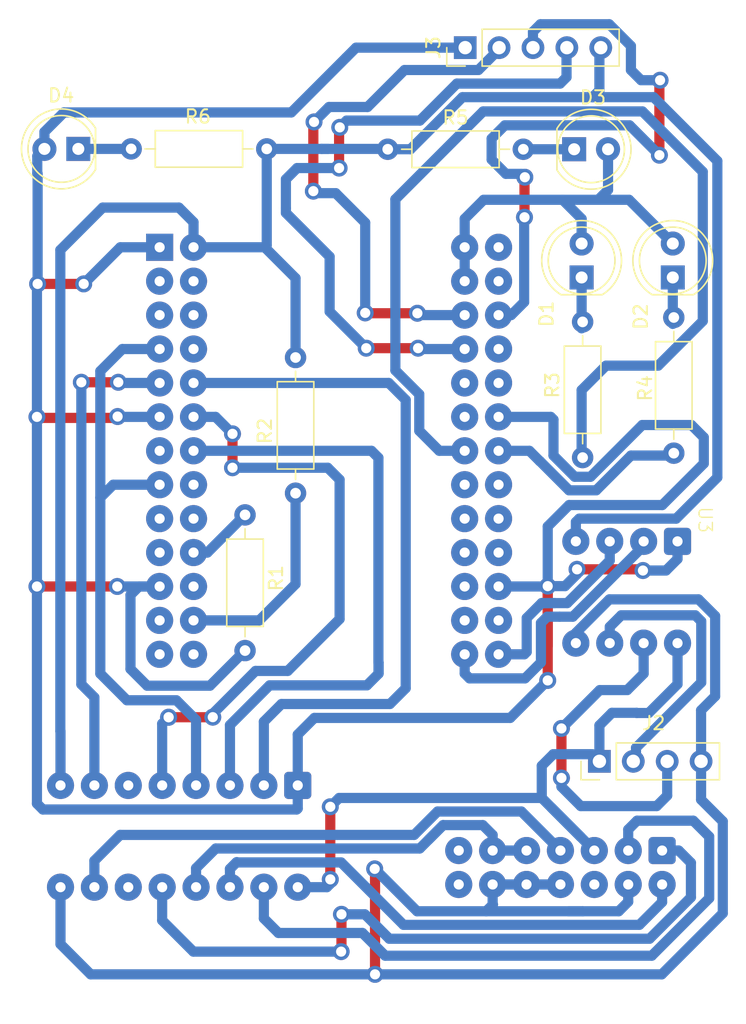
<source format=kicad_pcb>
(kicad_pcb (version 20241229) (generator "pcbnew") (generator_version "9.0")
  (layers (0 "F.Cu" signal) (2 "B.Cu" signal) (13 "F.Paste" user) (15 "B.Paste" user) (5 "F.SilkS" user "F.Silkscreen") (7 "B.SilkS" user "B.Silkscreen") (1 "F.Mask" user) (3 "B.Mask" user) (25 "Edge.Cuts" user))
  (net 0 "")
  (net 1 "MCU_GND")
  (net 2 "MCU_TRSTn")
  (net 4 "MCU_TDI")
  (net 5 "MCU_TCK")
  (net 7 "MCU_TDO")
  (net 8 "MCU_TMS")
  (net 9 "MCU_VCC")
  (net 11 "UART_TX")
  (net 12 "UART_RX")
  (net 13 "+3.3V")
  (net 14 "Net-(U1-AC2)")
  (net 15 "EEPROM_Data")
  (net 16 "Net-(U1-AC5)")
  (net 17 "TX_LED")
  (net 18 "Net-(D1-K)")
  (net 19 "RX_LED")
  (net 20 "Net-(D2-K)")
  (net 21 "Net-(D3-K)")
  (net 22 "Net-(D4-K)")
  (net 24 "VBUS")
  (net 29 "FT_TX")
  (net 30 "FT_RX")
  (net 36 "FT_TRSTn")
  (net 37 "EEPROM_CS")
  (net 40 "Net-(U1-BD2)")
  (net 49 "FT_TCK")
  (net 54 "FTDI_GND")
  (net 55 "FT_TDO")
  (net 56 "FT_TDI")
  (net 60 "FT_TMS")
  (net 61 "EEPROM_CLK")
  (footprint "LED_THT:LED_D5.0mm" (layer "F.Cu") (at 169.8625 67.5005 90)
    (property "Reference" "D2")
    (property "Value" "LED Green" (hide yes))
  )
  (footprint "Connector_PinHeader_2.54mm:PinHeader_1x05_P2.54mm_Vertical" (layer "F.Cu") (at 154.305 50.292 90)
    (property "Reference" "J3")
    (property "Value" "Conn_01x05_Pin" (hide yes))
  )
  (footprint "Resistor_THT:R_Axial_DIN0207_L6.3mm_D2.5mm_P10.16mm_Horizontal" (layer "F.Cu") (at 163.1061 80.9879 90)
    (property "Reference" "R3")
    (property "Value" "1K" (hide yes))
  )
  (footprint "Connector_PinHeader_2.54mm:PinHeader_1x04_P2.54mm_Vertical" (layer "F.Cu") (at 164.3634 103.7336 90)
    (property "Reference" "J2")
    (property "Value" "Conn_01x04_Pin" (hide yes))
  )
  (footprint "JTAG_Connector:Connector_TI_JTAG14" (layer "F.Cu") (at 147.4724 111.6838 -90)
    (property "Reference" "J1" (hide yes))
    (property "Value" "TI_JTAG14 Connector" (hide yes))
  )
  (footprint "LED_THT:LED_D5.0mm" (layer "F.Cu") (at 125.3133 57.8739 180)
    (property "Reference" "D4")
    (property "Value" "LED Yellow" (hide yes))
  )
  (footprint "LED_THT:LED_D5.0mm" (layer "F.Cu") (at 163.0299 67.5005 90)
    (property "Reference" "D1")
    (property "Value" "LED Blue" (hide yes))
  )
  (footprint "Resistor_THT:R_Axial_DIN0207_L6.3mm_D2.5mm_P10.16mm_Horizontal" (layer "F.Cu") (at 148.5011 57.8993)
    (property "Reference" "R5")
    (property "Value" "1K" (hide yes))
  )
  (footprint "Resistor_THT:R_Axial_DIN0207_L6.3mm_D2.5mm_P10.16mm_Horizontal" (layer "F.Cu") (at 129.2733 57.8739)
    (property "Reference" "R6")
    (property "Value" "500" (hide yes))
  )
  (footprint "SOIC-DIP:SOIC_16-DIP" (layer "F.Cu") (at 121.4374 109.347 -90)
    (property "Reference" "U2" (hide yes))
    (property "Value" "ISO7761" (hide yes))
  )
  (footprint "Resistor_THT:R_Axial_DIN0207_L6.3mm_D2.5mm_P10.16mm_Horizontal" (layer "F.Cu") (at 137.8077 85.2805 -90)
    (property "Reference" "R1")
    (property "Value" "10K" (hide yes))
  )
  (footprint "SOIC-DIP:SOIC_8-DIP" (layer "F.Cu") (at 160.0581 87.2617 -90)
    (property "Reference" "U3")
    (property "Value" "ISO7221" (hide yes))
  )
  (footprint "Resistor_THT:R_Axial_DIN0207_L6.3mm_D2.5mm_P10.16mm_Horizontal" (layer "F.Cu") (at 169.9387 80.6577 90)
    (property "Reference" "R4")
    (property "Value" "1K" (hide yes))
  )
  (footprint "FT2232H_Mini_Module:FT2232H_Mini_Module" (layer "F.Cu") (at 131.4069 100.7999)
    (property "Reference" "U1" (hide yes))
    (property "Value" "FT2232H" (hide yes))
  )
  (footprint "Resistor_THT:R_Axial_DIN0207_L6.3mm_D2.5mm_P10.16mm_Horizontal" (layer "F.Cu") (at 141.5923 83.6549 90)
    (property "Reference" "R2")
    (property "Value" "1K" (hide yes))
  )
  (footprint "LED_THT:LED_D5.0mm" (layer "F.Cu") (at 162.4711 57.8993)
    (property "Reference" "D3")
    (property "Value" "LED Red" (hide yes))
  )
  (segment (start 147.5486 119.6848) (end 147.5486 111.8108) (width 0.762) (layer "F.Cu") (net 1))
  (segment (start 147.5486 111.8108) (end 147.5232 111.7854) (width 0.762) (layer "F.Cu") (net 1))
  (via (at 147.5232 111.7854) (size 1.27) (drill 0.762) (layers "F.Cu" "B.Cu") (net 1))
  (via (at 147.5486 119.6848) (size 1.27) (drill 0.762) (layers "F.Cu" "B.Cu") (net 1))
  (segment (start 165.8112 114.9604) (end 166.5224 114.2492) (width 0.762) (layer "B.Cu") (net 1))
  (segment (start 171.7929 91.6051) (end 165.109467 91.6051) (width 0.762) (layer "B.Cu") (net 1))
  (segment (start 161.4424 112.9538) (end 158.9024 112.9538) (width 0.762) (layer "B.Cu") (net 1))
  (segment (start 163.1188 114.9604) (end 165.8112 114.9604) (width 0.762) (layer "B.Cu") (net 1))
  (segment (start 173.61 108.2304) (end 173.61 115.1118) (width 0.762) (layer "B.Cu") (net 1))
  (segment (start 150.6982 114.9604) (end 155.8798 114.9604) (width 0.762) (layer "B.Cu") (net 1))
  (segment (start 173.0375 92.8497) (end 171.7929 91.6051) (width 0.762) (layer "B.Cu") (net 1))
  (segment (start 166.5224 114.2492) (end 166.5224 112.9538) (width 0.762) (layer "B.Cu") (net 1))
  (segment (start 162.052 114.9604) (end 163.1188 114.9604) (width 0.762) (layer "B.Cu") (net 1))
  (segment (start 155.8798 114.9604) (end 163.1188 114.9604) (width 0.762) (layer "B.Cu") (net 1))
  (segment (start 123.9774 117.4242) (end 123.9774 113.157) (width 0.762) (layer "B.Cu") (net 1))
  (segment (start 126.238 119.6848) (end 123.9774 117.4242) (width 0.762) (layer "B.Cu") (net 1))
  (segment (start 173.61 115.1118) (end 169.037 119.6848) (width 0.762) (layer "B.Cu") (net 1))
  (segment (start 171.9834 103.7336) (end 171.9834 106.6038) (width 0.762) (layer "B.Cu") (net 1))
  (segment (start 173.0375 98.8568) (end 173.0375 92.8497) (width 0.762) (layer "B.Cu") (net 1))
  (segment (start 169.037 119.6848) (end 147.5486 119.6848) (width 0.762) (layer "B.Cu") (net 1))
  (segment (start 165.109467 91.6051) (end 162.5981 94.116467) (width 0.762) (layer "B.Cu") (net 1))
  (segment (start 147.5232 111.7854) (end 150.6982 114.9604) (width 0.762) (layer "B.Cu") (net 1))
  (segment (start 171.9834 106.6038) (end 173.61 108.2304) (width 0.762) (layer "B.Cu") (net 1))
  (segment (start 162.5981 94.116467) (end 162.5981 94.8817) (width 0.762) (layer "B.Cu") (net 1))
  (segment (start 171.9834 99.9109) (end 173.0375 98.8568) (width 0.762) (layer "B.Cu") (net 1))
  (segment (start 156.3624 112.9538) (end 158.9024 112.9538) (width 0.762) (layer "B.Cu") (net 1))
  (segment (start 156.3878 114.4524) (end 156.3624 114.427) (width 0.762) (layer "B.Cu") (net 1))
  (segment (start 155.8798 114.9604) (end 156.3878 114.4524) (width 0.762) (layer "B.Cu") (net 1))
  (segment (start 147.5486 119.6848) (end 126.238 119.6848) (width 0.762) (layer "B.Cu") (net 1))
  (segment (start 171.9834 103.7336) (end 171.9834 99.9109) (width 0.762) (layer "B.Cu") (net 1))
  (segment (start 156.3624 114.427) (end 156.3624 112.9538) (width 0.762) (layer "B.Cu") (net 1))
  (segment (start 145.0086 111.3028) (end 149.6832 115.9774) (width 0.762) (layer "B.Cu") (net 2))
  (segment (start 136.6774 111.7854) (end 137.16 111.3028) (width 0.762) (layer "B.Cu") (net 2))
  (segment (start 169.0624 114.2746) (end 169.0624 112.9538) (width 0.762) (layer "B.Cu") (net 2))
  (segment (start 137.1854 111.2774) (end 136.6774 111.7854) (width 0.762) (layer "B.Cu") (net 2))
  (segment (start 137.16 111.3028) (end 145.0086 111.3028) (width 0.762) (layer "B.Cu") (net 2))
  (segment (start 149.6832 115.9774) (end 167.3596 115.9774) (width 0.762) (layer "B.Cu") (net 2))
  (segment (start 167.3596 115.9774) (end 169.0624 114.2746) (width 0.762) (layer "B.Cu") (net 2))
  (segment (start 136.6774 111.7854) (end 136.6774 113.157) (width 0.762) (layer "B.Cu") (net 2))
  (segment (start 167.1828 108.1786) (end 166.5224 108.839) (width 0.762) (layer "B.Cu") (net 4))
  (segment (start 148.3106 118.2888) (end 168.289856 118.2888) (width 0.762) (layer "B.Cu") (net 4))
  (segment (start 168.289856 118.2888) (end 172.593 113.985656) (width 0.762) (layer "B.Cu") (net 4))
  (segment (start 139.2174 115.4938) (end 140.3096 116.586) (width 0.762) (layer "B.Cu") (net 4))
  (segment (start 139.2174 113.157) (end 139.2174 115.4938) (width 0.762) (layer "B.Cu") (net 4))
  (segment (start 172.593 109.3724) (end 171.3992 108.1786) (width 0.762) (layer "B.Cu") (net 4))
  (segment (start 166.5224 108.839) (end 166.5224 110.4138) (width 0.762) (layer "B.Cu") (net 4))
  (segment (start 171.3992 108.1786) (end 167.1828 108.1786) (width 0.762) (layer "B.Cu") (net 4))
  (segment (start 140.3096 116.586) (end 146.6078 116.586) (width 0.762) (layer "B.Cu") (net 4))
  (segment (start 172.593 113.985656) (end 172.593 109.3724) (width 0.762) (layer "B.Cu") (net 4))
  (segment (start 146.6078 116.586) (end 148.3106 118.2888) (width 0.762) (layer "B.Cu") (net 4))
  (segment (start 156.3624 110.4138) (end 156.3624 109.2454) (width 0.762) (layer "B.Cu") (net 5))
  (segment (start 158.9024 110.4138) (end 156.3624 110.4138) (width 0.762) (layer "B.Cu") (net 5))
  (segment (start 150.9024 110.2604) (end 135.6116 110.2604) (width 0.762) (layer "B.Cu") (net 5))
  (segment (start 155.6258 108.5088) (end 152.654 108.5088) (width 0.762) (layer "B.Cu") (net 5))
  (segment (start 152.654 108.5088) (end 151.5598 109.603) (width 0.762) (layer "B.Cu") (net 5))
  (segment (start 134.1374 111.7346) (end 134.1374 113.157) (width 0.762) (layer "B.Cu") (net 5))
  (segment (start 135.6116 110.2604) (end 134.1374 111.7346) (width 0.762) (layer "B.Cu") (net 5))
  (segment (start 152.654 108.5088) (end 150.9024 110.2604) (width 0.762) (layer "B.Cu") (net 5))
  (segment (start 156.3624 109.2454) (end 155.6258 108.5088) (width 0.762) (layer "B.Cu") (net 5))
  (segment (start 128.4498 109.2434) (end 126.5174 111.1758) (width 0.762) (layer "B.Cu") (net 7))
  (segment (start 161.4424 110.4138) (end 158.5204 107.4918) (width 0.762) (layer "B.Cu") (net 7))
  (segment (start 152.232744 107.4918) (end 150.481144 109.2434) (width 0.762) (layer "B.Cu") (net 7))
  (segment (start 158.5204 107.4918) (end 152.232744 107.4918) (width 0.762) (layer "B.Cu") (net 7))
  (segment (start 126.5174 111.1758) (end 126.5174 113.157) (width 0.762) (layer "B.Cu") (net 7))
  (segment (start 150.481144 109.2434) (end 128.4498 109.2434) (width 0.762) (layer "B.Cu") (net 7))
  (segment (start 145.034 117.9576) (end 145.0086 117.983) (width 0.762) (layer "F.Cu") (net 8))
  (segment (start 145.034 115.189) (end 145.034 117.9576) (width 0.762) (layer "F.Cu") (net 8))
  (via (at 145.034 115.189) (size 1.27) (drill 0.762) (layers "F.Cu" "B.Cu") (net 8))
  (via (at 145.0086 117.983) (size 1.27) (drill 0.762) (layers "F.Cu" "B.Cu") (net 8))
  (segment (start 145.034 115.189) (end 146.7866 115.189) (width 0.762) (layer "B.Cu") (net 8))
  (segment (start 171.2214 113.919) (end 171.2214 111.3282) (width 0.762) (layer "B.Cu") (net 8))
  (segment (start 148.6154 117.0178) (end 168.1226 117.0178) (width 0.762) (layer "B.Cu") (net 8))
  (segment (start 168.1226 117.0178) (end 171.2214 113.919) (width 0.762) (layer "B.Cu") (net 8))
  (segment (start 133.9342 117.983) (end 131.5974 115.6462) (width 0.762) (layer "B.Cu") (net 8))
  (segment (start 145.0086 117.983) (end 133.9342 117.983) (width 0.762) (layer "B.Cu") (net 8))
  (segment (start 131.5974 115.6462) (end 131.5974 113.157) (width 0.762) (layer "B.Cu") (net 8))
  (segment (start 171.2214 111.3282) (end 170.307 110.4138) (width 0.762) (layer "B.Cu") (net 8))
  (segment (start 170.307 110.4138) (end 169.0624 110.4138) (width 0.762) (layer "B.Cu") (net 8))
  (segment (start 146.7866 115.189) (end 148.6154 117.0178) (width 0.762) (layer "B.Cu") (net 8))
  (segment (start 144.1958 107.1372) (end 144.1958 112.5728) (width 0.762) (layer "F.Cu") (net 9))
  (via (at 144.1958 107.1372) (size 1.27) (drill 0.762) (layers "F.Cu" "B.Cu") (net 9))
  (via (at 144.1958 112.5728) (size 1.27) (drill 0.762) (layers "F.Cu" "B.Cu") (net 9))
  (segment (start 162.941 109.3724) (end 160.782 107.2134) (width 0.762) (layer "B.Cu") (net 9))
  (segment (start 160.0434 104.0658) (end 160.909 103.2002) (width 0.762) (layer "B.Cu") (net 9))
  (segment (start 164.3634 103.7336) (end 163.83 103.2002) (width 0.762) (layer "B.Cu") (net 9))
  (segment (start 160.0434 106.4748) (end 160.0434 104.0658) (width 0.762) (layer "B.Cu") (net 9))
  (segment (start 160.0434 106.4748) (end 162.941 109.3724) (width 0.762) (layer "B.Cu") (net 9))
  (segment (start 144.1958 107.1372) (end 144.8582 106.4748) (width 0.762) (layer "B.Cu") (net 9))
  (segment (start 144.8582 106.4748) (end 160.0434 106.4748) (width 0.762) (layer "B.Cu") (net 9))
  (segment (start 167.1574 100.1014) (end 167.1701 100.1141) (width 0.762) (layer "B.Cu") (net 9))
  (segment (start 170.2181 97.9551) (end 168.0591 100.1141) (width 0.762) (layer "B.Cu") (net 9))
  (segment (start 170.2181 94.8817) (end 170.2181 97.9551) (width 0.762) (layer "B.Cu") (net 9))
  (segment (start 143.9418 113.157) (end 141.7574 113.157) (width 0.762) (layer "B.Cu") (net 9))
  (segment (start 144.1958 112.903) (end 143.9418 113.157) (width 0.762) (layer "B.Cu") (net 9))
  (segment (start 167.1701 100.1141) (end 168.0591 100.1141) (width 0.762) (layer "B.Cu") (net 9))
  (segment (start 163.9824 110.4138) (end 162.941 109.3724) (width 0.762) (layer "B.Cu") (net 9))
  (segment (start 164.3634 103.7336) (end 164.3634 101.0412) (width 0.762) (layer "B.Cu") (net 9))
  (segment (start 144.1958 112.5728) (end 144.1958 112.903) (width 0.762) (layer "B.Cu") (net 9))
  (segment (start 164.3634 101.0412) (end 165.3032 100.1014) (width 0.762) (layer "B.Cu") (net 9))
  (segment (start 163.83 103.2002) (end 160.909 103.2002) (width 0.762) (layer "B.Cu") (net 9))
  (segment (start 165.3032 100.1014) (end 167.1574 100.1014) (width 0.762) (layer "B.Cu") (net 9))
  (segment (start 166.9034 103.7336) (end 167.1066 103.5304) (width 0.762) (layer "B.Cu") (net 11))
  (segment (start 171.9961 93.246556) (end 171.9961 97.8281) (width 0.762) (layer "B.Cu") (net 11))
  (segment (start 167.1066 103.5304) (end 167.1066 102.7176) (width 0.762) (layer "B.Cu") (net 11))
  (segment (start 171.548444 92.7989) (end 166.0017 92.7989) (width 0.762) (layer "B.Cu") (net 11))
  (segment (start 171.9961 97.8281) (end 167.1066 102.7176) (width 0.762) (layer "B.Cu") (net 11))
  (segment (start 166.0017 92.7989) (end 165.1381 93.6625) (width 0.762) (layer "B.Cu") (net 11))
  (segment (start 165.1381 93.6625) (end 165.1381 94.8817) (width 0.762) (layer "B.Cu") (net 11))
  (segment (start 171.9961 93.246556) (end 171.548444 92.7989) (width 0.762) (layer "B.Cu") (net 11))
  (segment (start 161.5186 104.9782) (end 161.5186 101.2698) (width 0.762) (layer "F.Cu") (net 12))
  (via (at 161.5186 101.2698) (size 1.27) (drill 0.762) (layers "F.Cu" "B.Cu") (net 12))
  (via (at 161.5186 104.9782) (size 1.27) (drill 0.762) (layers "F.Cu" "B.Cu") (net 12))
  (segment (start 161.5186 104.9782) (end 161.5186 105.6386) (width 0.762) (layer "B.Cu") (net 12))
  (segment (start 169.4434 106.299) (end 169.4434 103.7336) (width 0.762) (layer "B.Cu") (net 12))
  (segment (start 164.3888 98.3996) (end 166.4462 98.3996) (width 0.762) (layer "B.Cu") (net 12))
  (segment (start 161.5186 101.2698) (end 164.3888 98.3996) (width 0.762) (layer "B.Cu") (net 12))
  (segment (start 161.5186 105.6386) (end 162.9664 107.0864) (width 0.762) (layer "B.Cu") (net 12))
  (segment (start 162.9664 107.0864) (end 168.656 107.0864) (width 0.762) (layer "B.Cu") (net 12))
  (segment (start 168.656 107.0864) (end 169.4434 106.299) (width 0.762) (layer "B.Cu") (net 12))
  (segment (start 166.4462 98.3996) (end 167.6781 97.1677) (width 0.762) (layer "B.Cu") (net 12))
  (segment (start 167.6781 97.1677) (end 167.6781 94.8817) (width 0.762) (layer "B.Cu") (net 12))
  (segment (start 128.1557 78.0161) (end 122.2883 78.0161) (width 0.762) (layer "F.Cu") (net 13))
  (segment (start 122.2883 78.0161) (end 122.2121 77.9399) (width 0.762) (layer "F.Cu") (net 13))
  (segment (start 128.2573 77.9145) (end 128.1557 78.0161) (width 0.762) (layer "F.Cu") (net 13))
  (segment (start 128.2319 90.6399) (end 122.2121 90.6399) (width 0.762) (layer "F.Cu") (net 13))
  (segment (start 160.4899 90.6145) (end 160.4899 95.109781) (width 0.762) (layer "F.Cu") (net 13))
  (segment (start 122.2629 67.9831) (end 125.7173 67.9831) (width 0.762) (layer "F.Cu") (net 13))
  (segment (start 160.4899 97.6757) (end 160.4899 90.6145) (width 0.762) (layer "F.Cu") (net 13))
  (segment (start 162.685901 89.356101) (end 167.537301 89.356101) (width 0.762) (layer "F.Cu") (net 13))
  (segment (start 167.537301 89.356101) (end 167.626782 89.445582) (width 0.762) (layer "F.Cu") (net 13))
  (via (at 162.685901 89.356101) (size 1.27) (drill 0.762) (layers "F.Cu" "B.Cu") (net 13))
  (via (at 122.2121 90.6399) (size 1.27) (drill 0.762) (layers "F.Cu" "B.Cu") (net 13))
  (via (at 160.4899 90.6145) (size 1.27) (drill 0.762) (layers "F.Cu" "B.Cu") (net 13))
  (via (at 160.4899 97.6757) (size 1.27) (drill 0.762) (layers "F.Cu" "B.Cu") (net 13))
  (via (at 128.2573 77.9145) (size 1.27) (drill 0.762) (layers "F.Cu" "B.Cu") (net 13))
  (via (at 122.2121 77.9399) (size 1.27) (drill 0.762) (layers "F.Cu" "B.Cu") (net 13))
  (via (at 167.626782 89.445582) (size 1.27) (drill 0.762) (layers "F.Cu" "B.Cu") (net 13))
  (via (at 122.2629 67.9831) (size 1.27) (drill 0.762) (layers "F.Cu" "B.Cu") (net 13))
  (via (at 125.7173 67.9831) (size 1.27) (drill 0.762) (layers "F.Cu" "B.Cu") (net 13))
  (via (at 128.2319 90.6399) (size 1.27) (drill 0.762) (layers "F.Cu" "B.Cu") (net 13))
  (segment (start 122.2629 59.7281) (end 122.2629 67.9831) (width 0.762) (layer "B.Cu") (net 13))
  (segment (start 131.4069 90.6399) (end 128.2319 90.6399) (width 0.762) (layer "B.Cu") (net 13))
  (segment (start 122.2375 59.7027) (end 122.2629 59.7281) (width 0.762) (layer "B.Cu") (net 13))
  (segment (start 124.231204 55.143204) (end 122.7733 56.601108) (width 0.762) (layer "B.Cu") (net 13))
  (segment (start 131.4069 65.2399) (end 128.4605 65.2399) (width 0.762) (layer "B.Cu") (net 13))
  (segment (start 122.7733 56.601108) (end 122.7733 57.8739) (width 0.762) (layer "B.Cu") (net 13))
  (segment (start 141.7574 105.537) (end 141.7574 101.727) (width 0.762) (layer "B.Cu") (net 13))
  (segment (start 169.0761 84.5429) (end 162.0911 84.5429) (width 0.762) (layer "B.Cu") (net 13))
  (segment (start 161.7853 90.6145) (end 162.685901 89.713899) (width 0.762) (layer "B.Cu") (net 13))
  (segment (start 162.685901 89.713899) (end 162.685901 89.356101) (width 0.762) (layer "B.Cu") (net 13))
  (segment (start 125.7173 67.9831) (end 125.6919 67.9831) (width 0.762) (layer "B.Cu") (net 13))
  (segment (start 122.2121 77.9399) (end 122.2121 90.6399) (width 0.762) (layer "B.Cu") (net 13))
  (segment (start 156.8069 77.9399) (end 160.7185 77.9399) (width 0.762) (layer "B.Cu") (net 13))
  (segment (start 131.4069 77.9399) (end 128.2827 77.9399) (width 0.762) (layer "B.Cu") (net 13))
  (segment (start 141.274996 55.143204) (end 124.231204 55.143204) (width 0.762) (layer "B.Cu") (net 13))
  (segment (start 143.002 100.4824) (end 157.6832 100.4824) (width 0.762) (layer "B.Cu") (net 13))
  (segment (start 172.1866 81.4324) (end 169.0761 84.5429) (width 0.762) (layer "B.Cu") (net 13))
  (segment (start 122.6566 107.3404) (end 141.6812 107.3404) (width 0.762) (layer "B.Cu") (net 13))
  (segment (start 130.470256 98.0694) (end 135.1788 98.0694) (width 0.762) (layer "B.Cu") (net 13))
  (segment (start 157.6832 100.4824) (end 160.4899 97.6757) (width 0.762) (layer "B.Cu") (net 13))
  (segment (start 160.4645 90.6399) (end 160.4899 90.6145) (width 0.762) (layer "B.Cu") (net 13))
  (segment (start 122.2629 67.9831) (end 122.2121 68.0339) (width 0.762) (layer "B.Cu") (net 13))
  (segment (start 141.7574 107.2642) (end 141.7574 105.537) (width 0.762) (layer "B.Cu") (net 13))
  (segment (start 163.700912 82.4239) (end 167.575312 78.5495) (width 0.762) (layer "B.Cu") (net 13))
  (segment (start 161.7853 90.6145) (end 160.4899 90.6145) (width 0.762) (layer "B.Cu") (net 13))
  (segment (start 135.1788 98.0694) (end 137.8077 95.4405) (width 0.762) (layer "B.Cu") (net 13))
  (segment (start 141.7574 101.727) (end 143.002 100.4824) (width 0.762) (layer "B.Cu") (net 13))
  (segment (start 128.2827 77.9399) (end 128.2573 77.9145) (width 0.762) (layer "B.Cu") (net 13))
  (segment (start 129.2225 91.2749) (end 129.2225 96.821644) (width 0.762) (layer "B.Cu") (net 13))
  (segment (start 146.1262 50.292) (end 145.3769 51.0413) (width 0.762) (layer "B.Cu") (net 13))
  (segment (start 160.9217 80.834311) (end 162.511289 82.4239) (width 0.762) (layer "B.Cu") (net 13))
  (segment (start 162.511289 82.4239) (end 163.700912 82.4239) (width 0.762) (layer "B.Cu") (net 13))
  (segment (start 145.3769 51.0413) (end 141.274996 55.143204) (width 0.762) (layer "B.Cu") (net 13))
  (segment (start 172.1866 79.4766) (end 172.1866 81.4324) (width 0.762) (layer "B.Cu") (net 13))
  (segment (start 167.575312 78.5495) (end 171.2595 78.5495) (width 0.762) (layer "B.Cu") (net 13))
  (segment (start 156.8069 90.6399) (end 160.4645 90.6399) (width 0.762) (layer "B.Cu") (net 13))
  (segment (start 141.6812 107.3404) (end 141.7574 107.2642) (width 0.762) (layer "B.Cu") (net 13))
  (segment (start 128.4605 65.2399) (end 125.7173 67.9831) (width 0.762) (layer "B.Cu") (net 13))
  (segment (start 160.9217 78.1431) (end 160.9217 80.834311) (width 0.762) (layer "B.Cu") (net 13))
  (segment (start 131.4069 90.6399) (end 129.8575 90.6399) (width 0.762) (layer "B.Cu") (net 13))
  (segment (start 129.8575 90.6399) (end 129.2225 91.2749) (width 0.762) (layer "B.Cu") (net 13))
  (segment (start 122.2121 68.0339) (end 122.2121 77.9399) (width 0.762) (layer "B.Cu") (net 13))
  (segment (start 160.7185 77.9399) (end 160.9217 78.1431) (width 0.762) (layer "B.Cu") (net 13))
  (segment (start 170.2181 88.5825) (end 170.2181 87.2617) (width 0.762) (layer "B.Cu") (net 13))
  (segment (start 154.305 50.292) (end 146.1262 50.292) (width 0.762) (layer "B.Cu") (net 13))
  (segment (start 122.2121 90.6399) (end 122.2121 106.8959) (width 0.762) (layer "B.Cu") (net 13))
  (segment (start 122.2121 106.8959) (end 122.6566 107.3404) (width 0.762) (layer "B.Cu") (net 13))
  (segment (start 122.2375 58.4097) (end 122.2375 59.7027) (width 0.762) (layer "B.Cu") (net 13))
  (segment (start 167.626782 89.445582) (end 169.355018 89.445582) (width 0.762) (layer "B.Cu") (net 13))
  (segment (start 129.2225 96.821644) (end 130.470256 98.0694) (width 0.762) (layer "B.Cu") (net 13))
  (segment (start 169.355018 89.445582) (end 170.2181 88.5825) (width 0.762) (layer "B.Cu") (net 13))
  (segment (start 160.4899 86.1441) (end 160.4899 90.6145) (width 0.762) (layer "B.Cu") (net 13))
  (segment (start 122.7733 57.8739) (end 122.2375 58.4097) (width 0.762) (layer "B.Cu") (net 13))
  (segment (start 171.2595 78.5495) (end 172.1866 79.4766) (width 0.762) (layer "B.Cu") (net 13))
  (segment (start 162.0911 84.5429) (end 160.4899 86.1441) (width 0.762) (layer "B.Cu") (net 13))
  (segment (start 133.9469 88.0999) (end 134.9883 88.0999) (width 0.762) (layer "B.Cu") (net 14))
  (segment (start 134.9883 88.0999) (end 137.8077 85.2805) (width 0.762) (layer "B.Cu") (net 14))
  (segment (start 144.8562 59.309) (end 144.8562 56.3118) (width 0.762) (layer "F.Cu") (net 15))
  (segment (start 144.8562 56.3118) (end 144.907 56.261) (width 0.762) (layer "F.Cu") (net 15))
  (segment (start 150.7744 72.7964) (end 146.8882 72.7964) (width 0.762) (layer "F.Cu") (net 15))
  (via (at 144.8562 59.309) (size 1.27) (drill 0.762) (layers "F.Cu" "B.Cu") (net 15))
  (via (at 150.7744 72.7964) (size 1.27) (drill 0.762) (layers "F.Cu" "B.Cu") (net 15))
  (via (at 146.8882 72.7964) (size 1.27) (drill 0.762) (layers "F.Cu" "B.Cu") (net 15))
  (via (at 144.907 56.261) (size 1.27) (drill 0.762) (layers "F.Cu" "B.Cu") (net 15))
  (segment (start 153.680545 52.9834) (end 161.418 52.9834) (width 0.762) (layer "B.Cu") (net 15))
  (segment (start 161.8996 52.5018) (end 161.8996 50.8) (width 0.762) (layer "B.Cu") (net 15))
  (segment (start 145.415 55.753) (end 150.910944 55.753) (width 0.762) (layer "B.Cu") (net 15))
  (segment (start 144.907 56.261) (end 145.415 55.753) (width 0.762) (layer "B.Cu") (net 15))
  (segment (start 140.8684 60.1472) (end 141.7066 59.309) (width 0.762) (layer "B.Cu") (net 15))
  (segment (start 144.145 70.0532) (end 144.145 65.9384) (width 0.762) (layer "B.Cu") (net 15))
  (segment (start 161.418 52.9834) (end 161.8996 52.5018) (width 0.762) (layer "B.Cu") (net 15))
  (segment (start 144.145 65.9384) (end 140.8684 62.6618) (width 0.762) (layer "B.Cu") (net 15))
  (segment (start 146.8882 72.7964) (end 144.145 70.0532) (width 0.762) (layer "B.Cu") (net 15))
  (segment (start 140.8684 62.3062) (end 140.8684 60.1472) (width 0.762) (layer "B.Cu") (net 15))
  (segment (start 150.8379 72.8599) (end 150.7744 72.7964) (width 0.762) (layer "B.Cu") (net 15))
  (segment (start 141.7066 59.309) (end 144.8562 59.309) (width 0.762) (layer "B.Cu") (net 15))
  (segment (start 140.8684 62.6618) (end 140.8684 62.3062) (width 0.762) (layer "B.Cu") (net 15))
  (segment (start 150.910944 55.753) (end 153.680545 52.9834) (width 0.762) (layer "B.Cu") (net 15))
  (segment (start 154.2669 72.8599) (end 150.8379 72.8599) (width 0.762) (layer "B.Cu") (net 15))
  (segment (start 141.5923 83.6549) (end 141.5923 90.4621) (width 0.762) (layer "B.Cu") (net 16))
  (segment (start 133.9469 93.1799) (end 138.8745 93.1799) (width 0.762) (layer "B.Cu") (net 16))
  (segment (start 141.5923 90.4621) (end 138.8745 93.1799) (width 0.762) (layer "B.Cu") (net 16))
  (segment (start 167.5892 55.0672) (end 172.1104 59.5884) (width 0.762) (layer "B.Cu") (net 17))
  (segment (start 172.1104 59.5884) (end 172.1104 70.763211) (width 0.762) (layer "B.Cu") (net 17))
  (segment (start 154.2669 80.4799) (end 152.3619 80.4799) (width 0.762) (layer "B.Cu") (net 17))
  (segment (start 172.1104 70.763211) (end 168.769111 74.1045) (width 0.762) (layer "B.Cu") (net 17))
  (segment (start 149.0726 61.6458) (end 155.6512 55.0672) (width 0.762) (layer "B.Cu") (net 17))
  (segment (start 150.8643 76.248644) (end 149.0726 74.456945) (width 0.762) (layer "B.Cu") (net 17))
  (segment (start 168.769111 74.1045) (end 164.8587 74.1045) (width 0.762) (layer "B.Cu") (net 17))
  (segment (start 149.0726 74.456945) (end 149.0726 61.6458) (width 0.762) (layer "B.Cu") (net 17))
  (segment (start 152.3619 80.4799) (end 150.8643 78.9823) (width 0.762) (layer "B.Cu") (net 17))
  (segment (start 155.6512 55.0672) (end 167.5892 55.0672) (width 0.762) (layer "B.Cu") (net 17))
  (segment (start 163.0299 75.9333) (end 163.0299 80.9117) (width 0.762) (layer "B.Cu") (net 17))
  (segment (start 163.0299 80.9117) (end 163.1061 80.9879) (width 0.762) (layer "B.Cu") (net 17))
  (segment (start 150.8643 78.9823) (end 150.8643 76.248644) (width 0.762) (layer "B.Cu") (net 17))
  (segment (start 164.8587 74.1045) (end 163.0299 75.9333) (width 0.762) (layer "B.Cu") (net 17))
  (segment (start 163.0299 67.5005) (end 163.0299 71.3105) (width 0.762) (layer "B.Cu") (net 18))
  (segment (start 159.9047 81.255567) (end 162.090034 83.4409) (width 0.762) (layer "B.Cu") (net 19))
  (segment (start 159.1183 80.4799) (end 159.893967 81.255567) (width 0.762) (layer "B.Cu") (net 19))
  (segment (start 166.727568 80.8355) (end 169.5577 80.8355) (width 0.762) (layer "B.Cu") (net 19))
  (segment (start 169.5577 80.8355) (end 169.566223 80.844023) (width 0.762) (layer "B.Cu") (net 19))
  (segment (start 156.8069 80.4799) (end 159.1183 80.4799) (width 0.762) (layer "B.Cu") (net 19))
  (segment (start 159.893967 81.255567) (end 159.9047 81.255567) (width 0.762) (layer "B.Cu") (net 19))
  (segment (start 164.122168 83.4409) (end 166.727568 80.8355) (width 0.762) (layer "B.Cu") (net 19))
  (segment (start 162.090034 83.4409) (end 164.122168 83.4409) (width 0.762) (layer "B.Cu") (net 19))
  (segment (start 169.8625 67.5005) (end 169.8625 70.9803) (width 0.762) (layer "B.Cu") (net 20))
  (segment (start 158.6611 57.8993) (end 162.4711 57.8993) (width 0.762) (layer "B.Cu") (net 21))
  (segment (start 125.3133 57.8739) (end 129.2733 57.8739) (width 0.762) (layer "B.Cu") (net 22))
  (segment (start 163.0299 63.1063) (end 161.6075 61.6839) (width 0.762) (layer "B.Cu") (net 24))
  (segment (start 154.2669 63.1063) (end 155.6893 61.6839) (width 0.762) (layer "B.Cu") (net 24))
  (segment (start 165.0111 60.9473) (end 164.2745 61.6839) (width 0.762) (layer "B.Cu") (net 24))
  (segment (start 155.6893 61.6839) (end 161.6075 61.6839) (width 0.762) (layer "B.Cu") (net 24))
  (segment (start 164.2745 61.6839) (end 166.5859 61.6839) (width 0.762) (layer "B.Cu") (net 24))
  (segment (start 154.2669 65.2399) (end 154.2669 63.1063) (width 0.762) (layer "B.Cu") (net 24))
  (segment (start 166.5859 61.6839) (end 169.8625 64.9605) (width 0.762) (layer "B.Cu") (net 24))
  (segment (start 154.2669 65.2399) (end 154.2669 67.7799) (width 0.762) (layer "B.Cu") (net 24))
  (segment (start 161.6075 61.6839) (end 164.2745 61.6839) (width 0.762) (layer "B.Cu") (net 24))
  (segment (start 165.0111 57.8993) (end 165.0111 60.9473) (width 0.762) (layer "B.Cu") (net 24))
  (segment (start 163.0299 64.9605) (end 163.0299 63.1063) (width 0.762) (layer "B.Cu") (net 24))
  (segment (start 160.0317 91.8855) (end 158.9151 93.0021) (width 0.762) (layer "B.Cu") (net 29))
  (segment (start 161.016366 91.8855) (end 160.0317 91.8855) (width 0.762) (layer "B.Cu") (net 29))
  (segment (start 165.1381 88.699955) (end 161.952555 91.8855) (width 0.762) (layer "B.Cu") (net 29))
  (segment (start 158.9151 95.5401) (end 158.7353 95.7199) (width 0.762) (layer "B.Cu") (net 29))
  (segment (start 165.1381 87.2617) (end 165.1381 88.699955) (width 0.762) (layer "B.Cu") (net 29))
  (segment (start 161.952555 91.8855) (end 160.0317 91.8855) (width 0.762) (layer "B.Cu") (net 29))
  (segment (start 158.9151 93.0021) (end 158.9151 95.5401) (width 0.762) (layer "B.Cu") (net 29))
  (segment (start 164.6809 87.2363) (end 165.1635 87.7189) (width 0.762) (layer "B.Cu") (net 29))
  (segment (start 158.7353 95.7199) (end 156.8069 95.7199) (width 0.762) (layer "B.Cu") (net 29))
  (segment (start 160.452956 92.9025) (end 159.9819 93.373556) (width 0.762) (layer "B.Cu") (net 30))
  (segment (start 161.3789 92.9025) (end 160.452956 92.9025) (width 0.762) (layer "B.Cu") (net 30))
  (segment (start 162.373811 92.9025) (end 167.6781 87.598211) (width 0.762) (layer "B.Cu") (net 30))
  (segment (start 154.63246 97.5223) (end 154.2669 97.15674) (width 0.762) (layer "B.Cu") (net 30))
  (segment (start 167.6781 87.598211) (end 167.6781 87.2617) (width 0.762) (layer "B.Cu") (net 30))
  (segment (start 159.9819 93.373556) (end 159.9819 96.3285) (width 0.762) (layer "B.Cu") (net 30))
  (segment (start 158.7881 97.5223) (end 154.63246 97.5223) (width 0.762) (layer "B.Cu") (net 30))
  (segment (start 154.2669 97.15674) (end 154.2669 95.7199) (width 0.762) (layer "B.Cu") (net 30))
  (segment (start 159.9819 96.3285) (end 158.7881 97.5223) (width 0.762) (layer "B.Cu") (net 30))
  (segment (start 167.2209 87.2363) (end 167.7797 87.7951) (width 0.762) (layer "B.Cu") (net 30))
  (segment (start 161.3789 92.9025) (end 162.373811 92.9025) (width 0.762) (layer "B.Cu") (net 30))
  (segment (start 139.6492 98.044) (end 146.939 98.044) (width 0.762) (layer "B.Cu") (net 36))
  (segment (start 133.9469 80.4799) (end 147.2819 80.4799) (width 0.762) (layer "B.Cu") (net 36))
  (segment (start 146.939 98.044) (end 147.8153 97.1677) (width 0.762) (layer "B.Cu") (net 36))
  (segment (start 136.6774 105.537) (end 136.6774 101.0158) (width 0.762) (layer "B.Cu") (net 36))
  (segment (start 147.8153 97.1677) (end 147.8153 96.3295) (width 0.762) (layer "B.Cu") (net 36))
  (segment (start 147.8026 96.3168) (end 147.8153 96.3295) (width 0.762) (layer "B.Cu") (net 36))
  (segment (start 147.8026 81.0006) (end 147.8026 96.3168) (width 0.762) (layer "B.Cu") (net 36))
  (segment (start 147.8153 96.3295) (end 147.8153 97.1423) (width 0.762) (layer "B.Cu") (net 36))
  (segment (start 147.2819 80.4799) (end 147.8026 81.0006) (width 0.762) (layer "B.Cu") (net 36))
  (segment (start 136.6774 101.0158) (end 139.6492 98.044) (width 0.762) (layer "B.Cu") (net 36))
  (segment (start 146.8374 70.1802) (end 146.812 70.1548) (width 0.762) (layer "F.Cu") (net 37))
  (segment (start 142.9258 61.0362) (end 142.9258 55.9054) (width 0.762) (layer "F.Cu") (net 37))
  (segment (start 142.9258 55.9054) (end 142.9766 55.8546) (width 0.762) (layer "F.Cu") (net 37))
  (segment (start 150.7236 70.1802) (end 146.8374 70.1802) (width 0.762) (layer "F.Cu") (net 37))
  (via (at 146.812 70.1548) (size 1.27) (drill 0.762) (layers "F.Cu" "B.Cu") (net 37))
  (via (at 142.9258 61.0362) (size 1.27) (drill 0.762) (layers "F.Cu" "B.Cu") (net 37))
  (via (at 142.9766 55.8546) (size 1.27) (drill 0.762) (layers "F.Cu" "B.Cu") (net 37))
  (via (at 150.7236 70.1802) (size 1.27) (drill 0.762) (layers "F.Cu" "B.Cu") (net 37))
  (segment (start 156.845 50.417) (end 155.2956 51.9664) (width 0.762) (layer "B.Cu") (net 37))
  (segment (start 143.0782 61.1886) (end 144.6022 61.1886) (width 0.762) (layer "B.Cu") (net 37))
  (segment (start 154.2669 70.3199) (end 150.8633 70.3199) (width 0.762) (layer "B.Cu") (net 37))
  (segment (start 150.8633 70.3199) (end 150.7236 70.1802) (width 0.762) (layer "B.Cu") (net 37))
  (segment (start 142.9258 61.0362) (end 143.0782 61.1886) (width 0.762) (layer "B.Cu") (net 37))
  (segment (start 146.812 63.3984) (end 146.812 70.1548) (width 0.762) (layer "B.Cu") (net 37))
  (segment (start 149.7594 51.9664) (end 146.9898 54.736) (width 0.762) (layer "B.Cu") (net 37))
  (segment (start 155.2956 51.9664) (end 149.7594 51.9664) (width 0.762) (layer "B.Cu") (net 37))
  (segment (start 146.9898 54.736) (end 144.0952 54.736) (width 0.762) (layer "B.Cu") (net 37))
  (segment (start 156.845 50.292) (end 156.845 50.417) (width 0.762) (layer "B.Cu") (net 37))
  (segment (start 144.0952 54.736) (end 142.9766 55.8546) (width 0.762) (layer "B.Cu") (net 37))
  (segment (start 144.6022 61.1886) (end 146.812 63.3984) (width 0.762) (layer "B.Cu") (net 37))
  (segment (start 126.9619 97.1677) (end 126.9619 83.9851) (width 0.762) (layer "B.Cu") (net 49))
  (segment (start 128.6129 72.8599) (end 131.4069 72.8599) (width 0.762) (layer "B.Cu") (net 49))
  (segment (start 134.1374 105.537) (end 134.1374 100.6348) (width 0.762) (layer "B.Cu") (net 49))
  (segment (start 128.9558 99.1616) (end 126.9619 97.1677) (width 0.762) (layer "B.Cu") (net 49))
  (segment (start 127.9271 83.0199) (end 126.9619 83.9851) (width 0.762) (layer "B.Cu") (net 49))
  (segment (start 134.1374 100.6348) (end 132.6642 99.1616) (width 0.762) (layer "B.Cu") (net 49))
  (segment (start 132.6642 99.1616) (end 128.9558 99.1616) (width 0.762) (layer "B.Cu") (net 49))
  (segment (start 126.9619 74.5109) (end 128.6129 72.8599) (width 0.762) (layer "B.Cu") (net 49))
  (segment (start 131.4069 83.0199) (end 127.9271 83.0199) (width 0.762) (layer "B.Cu") (net 49))
  (segment (start 126.9619 83.9851) (end 126.9619 74.5109) (width 0.762) (layer "B.Cu") (net 49))
  (segment (start 123.9774 101.4984) (end 123.9647 101.4857) (width 0.762) (layer "B.Cu") (net 54))
  (segment (start 150.2029 57.8993) (end 148.5011 57.8993) (width 0.762) (layer "B.Cu") (net 54))
  (segment (start 173.2026 58.7756) (end 168.4274 54.0004) (width 0.762) (layer "B.Cu") (net 54))
  (segment (start 162.5981 85.8139) (end 162.8521 85.5599) (width 0.762) (layer "B.Cu") (net 54))
  (segment (start 123.9774 105.537) (end 123.9774 101.4984) (width 0.762) (layer "B.Cu") (net 54))
  (segment (start 133.9469 65.2399) (end 139.2809 65.2399) (width 0.762) (layer "B.Cu") (net 54))
  (segment (start 162.8521 85.5599) (end 170.1165 85.5599) (width 0.762) (layer "B.Cu") (net 54))
  (segment (start 164.3634 53.4924) (end 163.8554 54.0004) (width 0.762) (layer "B.Cu") (net 54))
  (segment (start 168.4274 54.0004) (end 163.8554 54.0004) (width 0.762) (layer "B.Cu") (net 54))
  (segment (start 163.8554 54.0004) (end 154.1018 54.0004) (width 0.762) (layer "B.Cu") (net 54))
  (segment (start 141.5923 67.5513) (end 139.2809 65.2399) (width 0.762) (layer "B.Cu") (net 54))
  (segment (start 123.9647 65.4431) (end 127.1397 62.2681) (width 0.762) (layer "B.Cu") (net 54))
  (segment (start 133.9469 63.3603) (end 133.9469 65.2399) (width 0.762) (layer "B.Cu") (net 54))
  (segment (start 144.0307 57.8739) (end 143.5481 57.8739) (width 0.762) (layer "B.Cu") (net 54))
  (segment (start 139.4333 57.8739) (end 139.4333 65.0875) (width 0.762) (layer "B.Cu") (net 54))
  (segment (start 141.5923 73.4949) (end 141.5923 67.5513) (width 0.762) (layer "B.Cu") (net 54))
  (segment (start 154.1018 54.0004) (end 150.2029 57.8993) (width 0.762) (layer "B.Cu") (net 54))
  (segment (start 162.5981 87.2617) (end 162.5981 85.8139) (width 0.762) (layer "B.Cu") (net 54))
  (segment (start 173.2026 82.4738) (end 173.2026 58.7756) (width 0.762) (layer "B.Cu") (net 54))
  (segment (start 139.4333 65.0875) (end 139.2809 65.2399) (width 0.762) (layer "B.Cu") (net 54))
  (segment (start 127.1397 62.2681) (end 132.8547 62.2681) (width 0.762) (layer "B.Cu") (net 54))
  (segment (start 143.5481 57.8739) (end 148.4757 57.8739) (width 0.762) (layer "B.Cu") (net 54))
  (segment (start 139.4333 57.8739) (end 143.5481 57.8739) (width 0.762) (layer "B.Cu") (net 54))
  (segment (start 132.8547 62.2681) (end 133.9469 63.3603) (width 0.762) (layer "B.Cu") (net 54))
  (segment (start 164.3634 49.9364) (end 164.3634 53.4924) (width 0.762) (layer "B.Cu") (net 54))
  (segment (start 123.9647 101.4857) (end 123.9647 65.4431) (width 0.762) (layer "B.Cu") (net 54))
  (segment (start 170.1165 85.5599) (end 173.2026 82.4738) (width 0.762) (layer "B.Cu") (net 54))
  (segment (start 148.4757 57.8739) (end 148.5011 57.8993) (width 0.762) (layer "B.Cu") (net 54))
  (segment (start 128.3081 75.3491) (end 125.5395 75.3491) (width 0.762) (layer "F.Cu") (net 55))
  (via (at 128.3081 75.3491) (size 1.27) (drill 0.762) (layers "F.Cu" "B.Cu") (net 55))
  (via (at 125.5395 75.3491) (size 1.27) (drill 0.762) (layers "F.Cu" "B.Cu") (net 55))
  (segment (start 131.4069 75.3999) (end 128.3589 75.3999) (width 0.762) (layer "B.Cu") (net 55))
  (segment (start 128.3589 75.3999) (end 128.3081 75.3491) (width 0.762) (layer "B.Cu") (net 55))
  (segment (start 126.5174 98.9457) (end 125.5395 97.9678) (width 0.762) (layer "B.Cu") (net 55))
  (segment (start 126.5174 105.537) (end 126.5174 98.9457) (width 0.762) (layer "B.Cu") (net 55))
  (segment (start 125.5395 97.9678) (end 125.5395 75.3491) (width 0.762) (layer "B.Cu") (net 55))
  (segment (start 148.5773 75.3999) (end 133.9469 75.3999) (width 0.762) (layer "B.Cu") (net 56))
  (segment (start 149.8473 98.2599) (end 149.8473 76.6699) (width 0.762) (layer "B.Cu") (net 56))
  (segment (start 139.2174 100.7618) (end 140.5382 99.441) (width 0.762) (layer "B.Cu") (net 56))
  (segment (start 148.6662 99.441) (end 149.8473 98.2599) (width 0.762) (layer "B.Cu") (net 56))
  (segment (start 140.5382 99.441) (end 148.6662 99.441) (width 0.762) (layer "B.Cu") (net 56))
  (segment (start 139.2174 105.537) (end 139.2174 100.7618) (width 0.762) (layer "B.Cu") (net 56))
  (segment (start 149.8473 76.6699) (end 148.5773 75.3999) (width 0.762) (layer "B.Cu") (net 56))
  (segment (start 136.8679 81.7499) (end 136.8679 79.2099) (width 0.762) (layer "F.Cu") (net 60))
  (segment (start 135.362187 100.426013) (end 135.390121 100.426013) (width 0.762) (layer "F.Cu") (net 60))
  (segment (start 135.3566 100.4316) (end 135.362187 100.426013) (width 0.762) (layer "F.Cu") (net 60))
  (segment (start 132.08 100.4316) (end 135.3566 100.4316) (width 0.762) (layer "F.Cu") (net 60))
  (via (at 132.08 100.4316) (size 1.27) (drill 0.762) (layers "F.Cu" "B.Cu") (net 60))
  (via (at 136.8679 81.7499) (size 1.27) (drill 0.762) (layers "F.Cu" "B.Cu") (net 60))
  (via (at 136.8679 79.2099) (size 1.27) (drill 0.762) (layers "F.Cu" "B.Cu") (net 60))
  (via (at 132.08 100.4316) (size 1.27) (drill 0.762) (layers "F.Cu" "B.Cu") (net 60))
  (via (at 135.390121 100.426013) (size 1.27) (drill 0.762) (layers "F.Cu" "B.Cu") (net 60))
  (segment (start 138.5951 96.9645) (end 141.0081 96.9645) (width 0.762) (layer "B.Cu") (net 60))
  (segment (start 135.390121 100.169479) (end 138.5951 96.9645) (width 0.762) (layer "B.Cu") (net 60))
  (segment (start 131.5974 105.537) (end 131.5974 100.9142) (width 0.762) (layer "B.Cu") (net 60))
  (segment (start 135.390121 100.426013) (end 135.390121 100.169479) (width 0.762) (layer "B.Cu") (net 60))
  (segment (start 144.0053 81.7499) (end 136.8679 81.7499) (width 0.762) (layer "B.Cu") (net 60))
  (segment (start 141.0081 96.9645) (end 144.8943 93.0783) (width 0.762) (layer "B.Cu") (net 60))
  (segment (start 144.8943 93.0783) (end 144.8943 82.6389) (width 0.762) (layer "B.Cu") (net 60))
  (segment (start 144.8943 82.6389) (end 144.0053 81.7499) (width 0.762) (layer "B.Cu") (net 60))
  (segment (start 135.5979 77.9399) (end 136.8679 79.2099) (width 0.762) (layer "B.Cu") (net 60))
  (segment (start 133.9469 77.9399) (end 135.5979 77.9399) (width 0.762) (layer "B.Cu") (net 60))
  (segment (start 131.5974 100.9142) (end 132.08 100.4316) (width 0.762) (layer "B.Cu") (net 60))
  (segment (start 168.8592 58.3438) (end 168.8592 52.7812) (width 0.762) (layer "F.Cu") (net 61))
  (segment (start 158.75 62.992) (end 158.75 60.0202) (width 0.762) (layer "F.Cu") (net 61))
  (segment (start 168.8592 52.7812) (end 168.91 52.7304) (width 0.762) (layer "F.Cu") (net 61))
  (segment (start 158.75 60.0202) (end 158.7754 59.9948) (width 0.762) (layer "F.Cu") (net 61))
  (via (at 168.8592 58.3438) (size 1.27) (drill 0.762) (layers "F.Cu" "B.Cu") (net 61))
  (via (at 158.75 62.992) (size 1.27) (drill 0.762) (layers "F.Cu" "B.Cu") (net 61))
  (via (at 158.7754 59.9948) (size 1.27) (drill 0.762) (layers "F.Cu" "B.Cu") (net 61))
  (via (at 168.91 52.7304) (size 1.27) (drill 0.762) (layers "F.Cu" "B.Cu") (net 61))
  (segment (start 156.2862 58.674) (end 156.2862 57.0992) (width 0.762) (layer "B.Cu") (net 61))
  (segment (start 156.8069 70.3199) (end 157.7467 70.3199) (width 0.762) (layer "B.Cu") (net 61))
  (segment (start 156.2862 57.0992) (end 157.2768 56.1086) (width 0.762) (layer "B.Cu") (net 61))
  (segment (start 158.7246 63.0174) (end 158.75 62.992) (width 0.762) (layer "B.Cu") (net 61))
  (segment (start 159.385 50.292) (end 159.385 49.0982) (width 0.762) (layer "B.Cu") (net 61))
  (segment (start 157.7467 70.3199) (end 158.7246 69.342) (width 0.762) (layer "B.Cu") (net 61))
  (segment (start 159.385 49.0982) (end 159.9438 48.5394) (width 0.762) (layer "B.Cu") (net 61))
  (segment (start 165.1 48.5394) (end 166.7256 50.165) (width 0.762) (layer "B.Cu") (net 61))
  (segment (start 158.5214 59.7408) (end 157.353 59.7408) (width 0.762) (layer "B.Cu") (net 61))
  (segment (start 166.7256 51.9684) (end 167.4876 52.7304) (width 0.762) (layer "B.Cu") (net 61))
  (segment (start 167.4876 52.7304) (end 168.91 52.7304) (width 0.762) (layer "B.Cu") (net 61))
  (segment (start 166.7256 50.165) (end 166.7256 51.9684) (width 0.762) (layer "B.Cu") (net 61))
  (segment (start 158.7246 69.342) (end 158.7246 63.0174) (width 0.762) (layer "B.Cu") (net 61))
  (segment (start 166.624 56.1086) (end 168.8592 58.3438) (width 0.762) (layer "B.Cu") (net 61))
  (segment (start 157.353 59.7408) (end 156.2862 58.674) (width 0.762) (layer "B.Cu") (net 61))
  (segment (start 158.7754 59.9948) (end 158.5214 59.7408) (width 0.762) (layer "B.Cu") (net 61))
  (segment (start 157.2768 56.1086) (end 166.624 56.1086) (width 0.762) (layer "B.Cu") (net 61))
  (segment (start 159.9438 48.5394) (end 165.1 48.5394) (width 0.762) (layer "B.Cu") (net 61))
)
</source>
